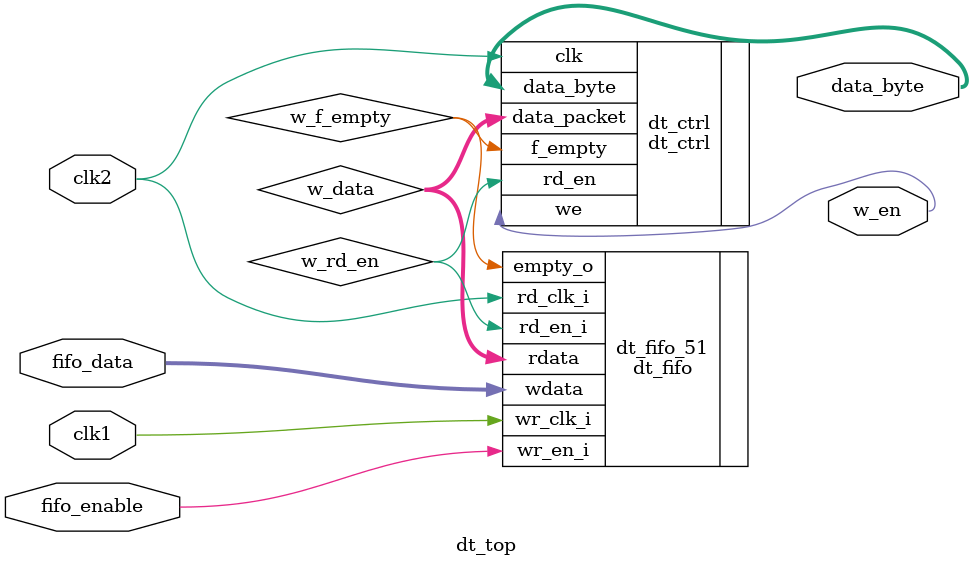
<source format=v>
`include "periplex.vh"

module dt_top(
    input                           clk1,
    input                           clk2,
    input                           fifo_enable,
    input [DATA_PACKET_WIDTH-1:0]   fifo_data,
    output                          w_en,
    output [UART_DATA_WIDTH-1:0]    data_byte
);
 
/* Gloabal parameters */
parameter ASYNC_FIFO_DEPTH  = 16;
parameter DATA_PACKET_WIDTH = 51;
parameter UART_DATA_WIDTH   = 8;

/* Wire Declarations */
wire [DATA_PACKET_WIDTH-1:0]    w_data;
wire                            w_f_empty;
wire                            w_rd_en;


/* Module instantiations */
dt_fifo dt_fifo_51(
    .wr_clk_i   (clk1),
    .rd_clk_i   (clk2),
    .wr_en_i    (fifo_enable),
    .wdata      (fifo_data),
    .rd_en_i    (w_rd_en),
    .rdata      (w_data), 
    .empty_o    (w_f_empty)
);

dt_ctrl #(
    .DATA_PACKET_WIDTH(DATA_PACKET_WIDTH),
    .UART_DATA_WIDTH(UART_DATA_WIDTH)
)dt_ctrl(
    .clk            (clk2),
    .data_packet    (w_data),
    .f_empty        (w_f_empty),
    .rd_en          (w_rd_en),
    .data_byte      (data_byte),
    .we             (w_en)
);

endmodule

</source>
